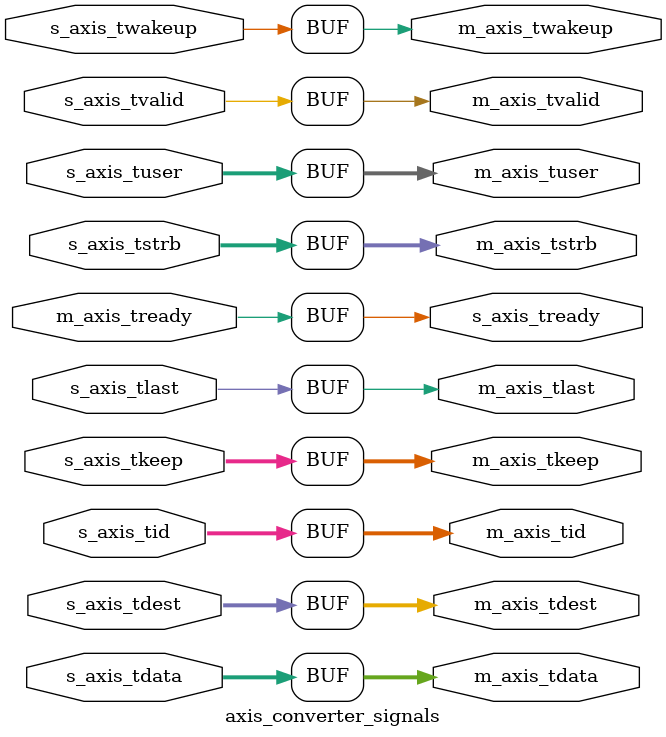
<source format=v>


module axis_converter_signals #
  (
  // Width of AXI stream int unsignederfaces in bits
  parameter integer DataWidth = 32,
  
  // Propagate tkeep signal
  parameter KeepEnable = 1,
  localparam integer KeepWidth  = DataWidth/8,
  
  // Propagate tstrb signal
  parameter StrbEnable = 1,
  localparam integer StrbWidth  = DataWidth/8,
  
  // Propagate tid signal
  parameter IdEnable = 1,
  parameter integer TidWidth  = 8,
  
  // Propagate tdest signal
  parameter DestEnable = 1,
  parameter integer DestWidth = 8,
  
  // Propagate tuser signal
  parameter UserEnable       = 1,
  parameter UserWidthPerByte = 1,
  localparam integer UserWidth = UserWidthPerByte * (DataWidth/8),
  
  // Propagate tlast signal
  parameter integer LastEnable = 1,
  
  // Propagate twakeup signal
  parameter integer WakeupEnable = 1,
  
  // Propagate tready signal
  parameter integer ReadyEnable = 1
)
(
  // AXIS input
  input   [DataWidth-1:0]  s_axis_tdata,
  input   [KeepWidth-1:0]  s_axis_tkeep,
  input   [StrbWidth-1:0]  s_axis_tstrb,
  input                    s_axis_tvalid,
  output                   s_axis_tready,
  input                    s_axis_tlast,
  input   [TidWidth-1:0]   s_axis_tid,
  input   [DestWidth-1:0]  s_axis_tdest,
  input   [UserWidth-1:0]  s_axis_tuser,
  input                    s_axis_twakeup,
  
  // AXIS output
  output  [DataWidth-1:0]  m_axis_tdata,
  output  [KeepWidth-1:0]  m_axis_tkeep,
  output  [StrbWidth-1:0]  m_axis_tstrb,
  output                   m_axis_tvalid,
  input                    m_axis_tready,
  output                   m_axis_tlast,
  output  [TidWidth-1:0]   m_axis_tid,
  output  [DestWidth-1:0]  m_axis_tdest,
  output  [UserWidth-1:0]  m_axis_tuser,
  output                   m_axis_twakeup
);

  assign m_axis_tkeep   = KeepEnable   ? s_axis_tkeep   : {KeepWidth{1'b1}};
  assign m_axis_tstrb   = StrbEnable   ? s_axis_tstrb   : {StrbWidth{1'b0}};
  assign m_axis_tvalid  = s_axis_tvalid;
  assign m_axis_tlast   = LastEnable   ? s_axis_tlast   : 1'b1;
  assign m_axis_tid     = IdEnable     ? s_axis_tid     : {TidWidth{1'b0}};
  assign m_axis_tdest   = DestEnable   ? s_axis_tdest   : {DestWidth{1'b0}};
  assign m_axis_tuser   = UserEnable   ? s_axis_tuser   : {UserWidth{1'b0}};
  assign m_axis_tdata   = s_axis_tdata;
  assign s_axis_tready   = ReadyEnable  ? m_axis_tready  : 1'b1;
  assign m_axis_twakeup  = WakeupEnable ? s_axis_twakeup : 1'b0;

endmodule

</source>
